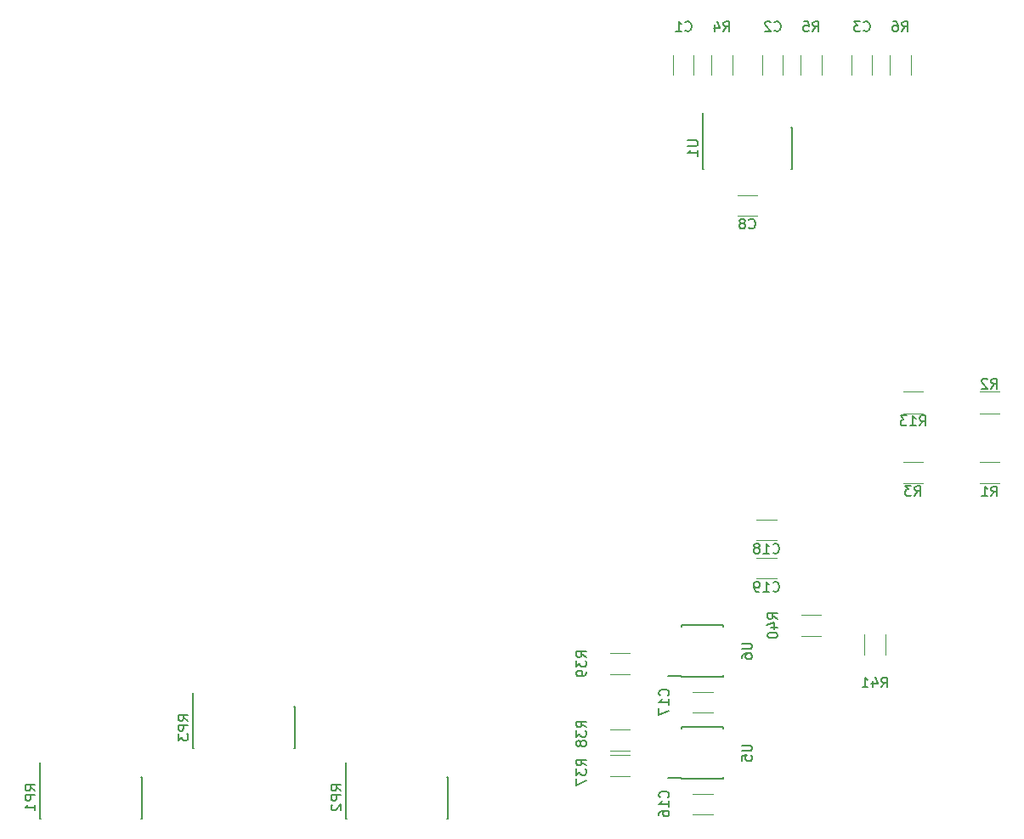
<source format=gbr>
G04 #@! TF.FileFunction,Legend,Bot*
%FSLAX46Y46*%
G04 Gerber Fmt 4.6, Leading zero omitted, Abs format (unit mm)*
G04 Created by KiCad (PCBNEW 4.0.7) date 01/22/18 20:22:30*
%MOMM*%
%LPD*%
G01*
G04 APERTURE LIST*
%ADD10C,0.100000*%
%ADD11C,0.120000*%
%ADD12C,0.150000*%
G04 APERTURE END LIST*
D10*
D11*
X110875000Y-58055000D02*
X110875000Y-60055000D01*
X108835000Y-60055000D02*
X108835000Y-58055000D01*
X119765000Y-58055000D02*
X119765000Y-60055000D01*
X117725000Y-60055000D02*
X117725000Y-58055000D01*
X128655000Y-58055000D02*
X128655000Y-60055000D01*
X126615000Y-60055000D02*
X126615000Y-58055000D01*
X115205000Y-72005000D02*
X117205000Y-72005000D01*
X117205000Y-74045000D02*
X115205000Y-74045000D01*
X110760000Y-131695000D02*
X112760000Y-131695000D01*
X112760000Y-133735000D02*
X110760000Y-133735000D01*
X110760000Y-121535000D02*
X112760000Y-121535000D01*
X112760000Y-123575000D02*
X110760000Y-123575000D01*
X139335000Y-100765000D02*
X141335000Y-100765000D01*
X141335000Y-98625000D02*
X139335000Y-98625000D01*
X139335000Y-93780000D02*
X141335000Y-93780000D01*
X141335000Y-91640000D02*
X139335000Y-91640000D01*
X133715000Y-98625000D02*
X131715000Y-98625000D01*
X131715000Y-100765000D02*
X133715000Y-100765000D01*
X114735000Y-60055000D02*
X114735000Y-58055000D01*
X112595000Y-58055000D02*
X112595000Y-60055000D01*
X123625000Y-60055000D02*
X123625000Y-58055000D01*
X121485000Y-58055000D02*
X121485000Y-60055000D01*
X132515000Y-60055000D02*
X132515000Y-58055000D01*
X130375000Y-58055000D02*
X130375000Y-60055000D01*
X102505000Y-129975000D02*
X104505000Y-129975000D01*
X104505000Y-127835000D02*
X102505000Y-127835000D01*
X102505000Y-127435000D02*
X104505000Y-127435000D01*
X104505000Y-125295000D02*
X102505000Y-125295000D01*
X102505000Y-119815000D02*
X104505000Y-119815000D01*
X104505000Y-117675000D02*
X102505000Y-117675000D01*
D12*
X45725000Y-130005000D02*
X45750000Y-130005000D01*
X45725000Y-134155000D02*
X45830000Y-134155000D01*
X55875000Y-134155000D02*
X55770000Y-134155000D01*
X55875000Y-130005000D02*
X55770000Y-130005000D01*
X45725000Y-130005000D02*
X45725000Y-134155000D01*
X55875000Y-130005000D02*
X55875000Y-134155000D01*
X45750000Y-130005000D02*
X45750000Y-128630000D01*
X76205000Y-130005000D02*
X76230000Y-130005000D01*
X76205000Y-134155000D02*
X76310000Y-134155000D01*
X86355000Y-134155000D02*
X86250000Y-134155000D01*
X86355000Y-130005000D02*
X86250000Y-130005000D01*
X76205000Y-130005000D02*
X76205000Y-134155000D01*
X86355000Y-130005000D02*
X86355000Y-134155000D01*
X76230000Y-130005000D02*
X76230000Y-128630000D01*
X60965000Y-123020000D02*
X60990000Y-123020000D01*
X60965000Y-127170000D02*
X61070000Y-127170000D01*
X71115000Y-127170000D02*
X71010000Y-127170000D01*
X71115000Y-123020000D02*
X71010000Y-123020000D01*
X60965000Y-123020000D02*
X60965000Y-127170000D01*
X71115000Y-123020000D02*
X71115000Y-127170000D01*
X60990000Y-123020000D02*
X60990000Y-121645000D01*
D11*
X133715000Y-91640000D02*
X131715000Y-91640000D01*
X131715000Y-93780000D02*
X133715000Y-93780000D01*
D12*
X111755000Y-65235000D02*
X111780000Y-65235000D01*
X111755000Y-69385000D02*
X111870000Y-69385000D01*
X120655000Y-69385000D02*
X120540000Y-69385000D01*
X120655000Y-65235000D02*
X120540000Y-65235000D01*
X111755000Y-65235000D02*
X111755000Y-69385000D01*
X120655000Y-65235000D02*
X120655000Y-69385000D01*
X111780000Y-65235000D02*
X111780000Y-63860000D01*
X109685000Y-130210000D02*
X109685000Y-130160000D01*
X113835000Y-130210000D02*
X113835000Y-130065000D01*
X113835000Y-125060000D02*
X113835000Y-125205000D01*
X109685000Y-125060000D02*
X109685000Y-125205000D01*
X109685000Y-130210000D02*
X113835000Y-130210000D01*
X109685000Y-125060000D02*
X113835000Y-125060000D01*
X109685000Y-130160000D02*
X108285000Y-130160000D01*
X109685000Y-120050000D02*
X109685000Y-120000000D01*
X113835000Y-120050000D02*
X113835000Y-119905000D01*
X113835000Y-114900000D02*
X113835000Y-115045000D01*
X109685000Y-114900000D02*
X109685000Y-115045000D01*
X109685000Y-120050000D02*
X113835000Y-120050000D01*
X109685000Y-114900000D02*
X113835000Y-114900000D01*
X109685000Y-120000000D02*
X108285000Y-120000000D01*
D11*
X117110000Y-104390000D02*
X119110000Y-104390000D01*
X119110000Y-106430000D02*
X117110000Y-106430000D01*
X117110000Y-108200000D02*
X119110000Y-108200000D01*
X119110000Y-110240000D02*
X117110000Y-110240000D01*
X123555000Y-113865000D02*
X121555000Y-113865000D01*
X121555000Y-116005000D02*
X123555000Y-116005000D01*
X127835000Y-115840000D02*
X127835000Y-117840000D01*
X129975000Y-117840000D02*
X129975000Y-115840000D01*
D12*
X110021666Y-55602143D02*
X110069285Y-55649762D01*
X110212142Y-55697381D01*
X110307380Y-55697381D01*
X110450238Y-55649762D01*
X110545476Y-55554524D01*
X110593095Y-55459286D01*
X110640714Y-55268810D01*
X110640714Y-55125952D01*
X110593095Y-54935476D01*
X110545476Y-54840238D01*
X110450238Y-54745000D01*
X110307380Y-54697381D01*
X110212142Y-54697381D01*
X110069285Y-54745000D01*
X110021666Y-54792619D01*
X109069285Y-55697381D02*
X109640714Y-55697381D01*
X109355000Y-55697381D02*
X109355000Y-54697381D01*
X109450238Y-54840238D01*
X109545476Y-54935476D01*
X109640714Y-54983095D01*
X118911666Y-55602143D02*
X118959285Y-55649762D01*
X119102142Y-55697381D01*
X119197380Y-55697381D01*
X119340238Y-55649762D01*
X119435476Y-55554524D01*
X119483095Y-55459286D01*
X119530714Y-55268810D01*
X119530714Y-55125952D01*
X119483095Y-54935476D01*
X119435476Y-54840238D01*
X119340238Y-54745000D01*
X119197380Y-54697381D01*
X119102142Y-54697381D01*
X118959285Y-54745000D01*
X118911666Y-54792619D01*
X118530714Y-54792619D02*
X118483095Y-54745000D01*
X118387857Y-54697381D01*
X118149761Y-54697381D01*
X118054523Y-54745000D01*
X118006904Y-54792619D01*
X117959285Y-54887857D01*
X117959285Y-54983095D01*
X118006904Y-55125952D01*
X118578333Y-55697381D01*
X117959285Y-55697381D01*
X127801666Y-55602143D02*
X127849285Y-55649762D01*
X127992142Y-55697381D01*
X128087380Y-55697381D01*
X128230238Y-55649762D01*
X128325476Y-55554524D01*
X128373095Y-55459286D01*
X128420714Y-55268810D01*
X128420714Y-55125952D01*
X128373095Y-54935476D01*
X128325476Y-54840238D01*
X128230238Y-54745000D01*
X128087380Y-54697381D01*
X127992142Y-54697381D01*
X127849285Y-54745000D01*
X127801666Y-54792619D01*
X127468333Y-54697381D02*
X126849285Y-54697381D01*
X127182619Y-55078333D01*
X127039761Y-55078333D01*
X126944523Y-55125952D01*
X126896904Y-55173571D01*
X126849285Y-55268810D01*
X126849285Y-55506905D01*
X126896904Y-55602143D01*
X126944523Y-55649762D01*
X127039761Y-55697381D01*
X127325476Y-55697381D01*
X127420714Y-55649762D01*
X127468333Y-55602143D01*
X116371666Y-75287143D02*
X116419285Y-75334762D01*
X116562142Y-75382381D01*
X116657380Y-75382381D01*
X116800238Y-75334762D01*
X116895476Y-75239524D01*
X116943095Y-75144286D01*
X116990714Y-74953810D01*
X116990714Y-74810952D01*
X116943095Y-74620476D01*
X116895476Y-74525238D01*
X116800238Y-74430000D01*
X116657380Y-74382381D01*
X116562142Y-74382381D01*
X116419285Y-74430000D01*
X116371666Y-74477619D01*
X115800238Y-74810952D02*
X115895476Y-74763333D01*
X115943095Y-74715714D01*
X115990714Y-74620476D01*
X115990714Y-74572857D01*
X115943095Y-74477619D01*
X115895476Y-74430000D01*
X115800238Y-74382381D01*
X115609761Y-74382381D01*
X115514523Y-74430000D01*
X115466904Y-74477619D01*
X115419285Y-74572857D01*
X115419285Y-74620476D01*
X115466904Y-74715714D01*
X115514523Y-74763333D01*
X115609761Y-74810952D01*
X115800238Y-74810952D01*
X115895476Y-74858571D01*
X115943095Y-74906190D01*
X115990714Y-75001429D01*
X115990714Y-75191905D01*
X115943095Y-75287143D01*
X115895476Y-75334762D01*
X115800238Y-75382381D01*
X115609761Y-75382381D01*
X115514523Y-75334762D01*
X115466904Y-75287143D01*
X115419285Y-75191905D01*
X115419285Y-75001429D01*
X115466904Y-74906190D01*
X115514523Y-74858571D01*
X115609761Y-74810952D01*
X108307143Y-132072143D02*
X108354762Y-132024524D01*
X108402381Y-131881667D01*
X108402381Y-131786429D01*
X108354762Y-131643571D01*
X108259524Y-131548333D01*
X108164286Y-131500714D01*
X107973810Y-131453095D01*
X107830952Y-131453095D01*
X107640476Y-131500714D01*
X107545238Y-131548333D01*
X107450000Y-131643571D01*
X107402381Y-131786429D01*
X107402381Y-131881667D01*
X107450000Y-132024524D01*
X107497619Y-132072143D01*
X108402381Y-133024524D02*
X108402381Y-132453095D01*
X108402381Y-132738809D02*
X107402381Y-132738809D01*
X107545238Y-132643571D01*
X107640476Y-132548333D01*
X107688095Y-132453095D01*
X107402381Y-133881667D02*
X107402381Y-133691190D01*
X107450000Y-133595952D01*
X107497619Y-133548333D01*
X107640476Y-133453095D01*
X107830952Y-133405476D01*
X108211905Y-133405476D01*
X108307143Y-133453095D01*
X108354762Y-133500714D01*
X108402381Y-133595952D01*
X108402381Y-133786429D01*
X108354762Y-133881667D01*
X108307143Y-133929286D01*
X108211905Y-133976905D01*
X107973810Y-133976905D01*
X107878571Y-133929286D01*
X107830952Y-133881667D01*
X107783333Y-133786429D01*
X107783333Y-133595952D01*
X107830952Y-133500714D01*
X107878571Y-133453095D01*
X107973810Y-133405476D01*
X108307143Y-121912143D02*
X108354762Y-121864524D01*
X108402381Y-121721667D01*
X108402381Y-121626429D01*
X108354762Y-121483571D01*
X108259524Y-121388333D01*
X108164286Y-121340714D01*
X107973810Y-121293095D01*
X107830952Y-121293095D01*
X107640476Y-121340714D01*
X107545238Y-121388333D01*
X107450000Y-121483571D01*
X107402381Y-121626429D01*
X107402381Y-121721667D01*
X107450000Y-121864524D01*
X107497619Y-121912143D01*
X108402381Y-122864524D02*
X108402381Y-122293095D01*
X108402381Y-122578809D02*
X107402381Y-122578809D01*
X107545238Y-122483571D01*
X107640476Y-122388333D01*
X107688095Y-122293095D01*
X107402381Y-123197857D02*
X107402381Y-123864524D01*
X108402381Y-123435952D01*
X140501666Y-102052381D02*
X140835000Y-101576190D01*
X141073095Y-102052381D02*
X141073095Y-101052381D01*
X140692142Y-101052381D01*
X140596904Y-101100000D01*
X140549285Y-101147619D01*
X140501666Y-101242857D01*
X140501666Y-101385714D01*
X140549285Y-101480952D01*
X140596904Y-101528571D01*
X140692142Y-101576190D01*
X141073095Y-101576190D01*
X139549285Y-102052381D02*
X140120714Y-102052381D01*
X139835000Y-102052381D02*
X139835000Y-101052381D01*
X139930238Y-101195238D01*
X140025476Y-101290476D01*
X140120714Y-101338095D01*
X140501666Y-91312381D02*
X140835000Y-90836190D01*
X141073095Y-91312381D02*
X141073095Y-90312381D01*
X140692142Y-90312381D01*
X140596904Y-90360000D01*
X140549285Y-90407619D01*
X140501666Y-90502857D01*
X140501666Y-90645714D01*
X140549285Y-90740952D01*
X140596904Y-90788571D01*
X140692142Y-90836190D01*
X141073095Y-90836190D01*
X140120714Y-90407619D02*
X140073095Y-90360000D01*
X139977857Y-90312381D01*
X139739761Y-90312381D01*
X139644523Y-90360000D01*
X139596904Y-90407619D01*
X139549285Y-90502857D01*
X139549285Y-90598095D01*
X139596904Y-90740952D01*
X140168333Y-91312381D01*
X139549285Y-91312381D01*
X132881666Y-101997381D02*
X133215000Y-101521190D01*
X133453095Y-101997381D02*
X133453095Y-100997381D01*
X133072142Y-100997381D01*
X132976904Y-101045000D01*
X132929285Y-101092619D01*
X132881666Y-101187857D01*
X132881666Y-101330714D01*
X132929285Y-101425952D01*
X132976904Y-101473571D01*
X133072142Y-101521190D01*
X133453095Y-101521190D01*
X132548333Y-100997381D02*
X131929285Y-100997381D01*
X132262619Y-101378333D01*
X132119761Y-101378333D01*
X132024523Y-101425952D01*
X131976904Y-101473571D01*
X131929285Y-101568810D01*
X131929285Y-101806905D01*
X131976904Y-101902143D01*
X132024523Y-101949762D01*
X132119761Y-101997381D01*
X132405476Y-101997381D01*
X132500714Y-101949762D01*
X132548333Y-101902143D01*
X113831666Y-55697381D02*
X114165000Y-55221190D01*
X114403095Y-55697381D02*
X114403095Y-54697381D01*
X114022142Y-54697381D01*
X113926904Y-54745000D01*
X113879285Y-54792619D01*
X113831666Y-54887857D01*
X113831666Y-55030714D01*
X113879285Y-55125952D01*
X113926904Y-55173571D01*
X114022142Y-55221190D01*
X114403095Y-55221190D01*
X112974523Y-55030714D02*
X112974523Y-55697381D01*
X113212619Y-54649762D02*
X113450714Y-55364048D01*
X112831666Y-55364048D01*
X122721666Y-55697381D02*
X123055000Y-55221190D01*
X123293095Y-55697381D02*
X123293095Y-54697381D01*
X122912142Y-54697381D01*
X122816904Y-54745000D01*
X122769285Y-54792619D01*
X122721666Y-54887857D01*
X122721666Y-55030714D01*
X122769285Y-55125952D01*
X122816904Y-55173571D01*
X122912142Y-55221190D01*
X123293095Y-55221190D01*
X121816904Y-54697381D02*
X122293095Y-54697381D01*
X122340714Y-55173571D01*
X122293095Y-55125952D01*
X122197857Y-55078333D01*
X121959761Y-55078333D01*
X121864523Y-55125952D01*
X121816904Y-55173571D01*
X121769285Y-55268810D01*
X121769285Y-55506905D01*
X121816904Y-55602143D01*
X121864523Y-55649762D01*
X121959761Y-55697381D01*
X122197857Y-55697381D01*
X122293095Y-55649762D01*
X122340714Y-55602143D01*
X131611666Y-55697381D02*
X131945000Y-55221190D01*
X132183095Y-55697381D02*
X132183095Y-54697381D01*
X131802142Y-54697381D01*
X131706904Y-54745000D01*
X131659285Y-54792619D01*
X131611666Y-54887857D01*
X131611666Y-55030714D01*
X131659285Y-55125952D01*
X131706904Y-55173571D01*
X131802142Y-55221190D01*
X132183095Y-55221190D01*
X130754523Y-54697381D02*
X130945000Y-54697381D01*
X131040238Y-54745000D01*
X131087857Y-54792619D01*
X131183095Y-54935476D01*
X131230714Y-55125952D01*
X131230714Y-55506905D01*
X131183095Y-55602143D01*
X131135476Y-55649762D01*
X131040238Y-55697381D01*
X130849761Y-55697381D01*
X130754523Y-55649762D01*
X130706904Y-55602143D01*
X130659285Y-55506905D01*
X130659285Y-55268810D01*
X130706904Y-55173571D01*
X130754523Y-55125952D01*
X130849761Y-55078333D01*
X131040238Y-55078333D01*
X131135476Y-55125952D01*
X131183095Y-55173571D01*
X131230714Y-55268810D01*
X100147381Y-128897143D02*
X99671190Y-128563809D01*
X100147381Y-128325714D02*
X99147381Y-128325714D01*
X99147381Y-128706667D01*
X99195000Y-128801905D01*
X99242619Y-128849524D01*
X99337857Y-128897143D01*
X99480714Y-128897143D01*
X99575952Y-128849524D01*
X99623571Y-128801905D01*
X99671190Y-128706667D01*
X99671190Y-128325714D01*
X99147381Y-129230476D02*
X99147381Y-129849524D01*
X99528333Y-129516190D01*
X99528333Y-129659048D01*
X99575952Y-129754286D01*
X99623571Y-129801905D01*
X99718810Y-129849524D01*
X99956905Y-129849524D01*
X100052143Y-129801905D01*
X100099762Y-129754286D01*
X100147381Y-129659048D01*
X100147381Y-129373333D01*
X100099762Y-129278095D01*
X100052143Y-129230476D01*
X99147381Y-130182857D02*
X99147381Y-130849524D01*
X100147381Y-130420952D01*
X100147381Y-125087143D02*
X99671190Y-124753809D01*
X100147381Y-124515714D02*
X99147381Y-124515714D01*
X99147381Y-124896667D01*
X99195000Y-124991905D01*
X99242619Y-125039524D01*
X99337857Y-125087143D01*
X99480714Y-125087143D01*
X99575952Y-125039524D01*
X99623571Y-124991905D01*
X99671190Y-124896667D01*
X99671190Y-124515714D01*
X99147381Y-125420476D02*
X99147381Y-126039524D01*
X99528333Y-125706190D01*
X99528333Y-125849048D01*
X99575952Y-125944286D01*
X99623571Y-125991905D01*
X99718810Y-126039524D01*
X99956905Y-126039524D01*
X100052143Y-125991905D01*
X100099762Y-125944286D01*
X100147381Y-125849048D01*
X100147381Y-125563333D01*
X100099762Y-125468095D01*
X100052143Y-125420476D01*
X99575952Y-126610952D02*
X99528333Y-126515714D01*
X99480714Y-126468095D01*
X99385476Y-126420476D01*
X99337857Y-126420476D01*
X99242619Y-126468095D01*
X99195000Y-126515714D01*
X99147381Y-126610952D01*
X99147381Y-126801429D01*
X99195000Y-126896667D01*
X99242619Y-126944286D01*
X99337857Y-126991905D01*
X99385476Y-126991905D01*
X99480714Y-126944286D01*
X99528333Y-126896667D01*
X99575952Y-126801429D01*
X99575952Y-126610952D01*
X99623571Y-126515714D01*
X99671190Y-126468095D01*
X99766429Y-126420476D01*
X99956905Y-126420476D01*
X100052143Y-126468095D01*
X100099762Y-126515714D01*
X100147381Y-126610952D01*
X100147381Y-126801429D01*
X100099762Y-126896667D01*
X100052143Y-126944286D01*
X99956905Y-126991905D01*
X99766429Y-126991905D01*
X99671190Y-126944286D01*
X99623571Y-126896667D01*
X99575952Y-126801429D01*
X100147381Y-118102143D02*
X99671190Y-117768809D01*
X100147381Y-117530714D02*
X99147381Y-117530714D01*
X99147381Y-117911667D01*
X99195000Y-118006905D01*
X99242619Y-118054524D01*
X99337857Y-118102143D01*
X99480714Y-118102143D01*
X99575952Y-118054524D01*
X99623571Y-118006905D01*
X99671190Y-117911667D01*
X99671190Y-117530714D01*
X99147381Y-118435476D02*
X99147381Y-119054524D01*
X99528333Y-118721190D01*
X99528333Y-118864048D01*
X99575952Y-118959286D01*
X99623571Y-119006905D01*
X99718810Y-119054524D01*
X99956905Y-119054524D01*
X100052143Y-119006905D01*
X100099762Y-118959286D01*
X100147381Y-118864048D01*
X100147381Y-118578333D01*
X100099762Y-118483095D01*
X100052143Y-118435476D01*
X100147381Y-119530714D02*
X100147381Y-119721190D01*
X100099762Y-119816429D01*
X100052143Y-119864048D01*
X99909286Y-119959286D01*
X99718810Y-120006905D01*
X99337857Y-120006905D01*
X99242619Y-119959286D01*
X99195000Y-119911667D01*
X99147381Y-119816429D01*
X99147381Y-119625952D01*
X99195000Y-119530714D01*
X99242619Y-119483095D01*
X99337857Y-119435476D01*
X99575952Y-119435476D01*
X99671190Y-119483095D01*
X99718810Y-119530714D01*
X99766429Y-119625952D01*
X99766429Y-119816429D01*
X99718810Y-119911667D01*
X99671190Y-119959286D01*
X99575952Y-120006905D01*
X45252381Y-131413334D02*
X44776190Y-131080000D01*
X45252381Y-130841905D02*
X44252381Y-130841905D01*
X44252381Y-131222858D01*
X44300000Y-131318096D01*
X44347619Y-131365715D01*
X44442857Y-131413334D01*
X44585714Y-131413334D01*
X44680952Y-131365715D01*
X44728571Y-131318096D01*
X44776190Y-131222858D01*
X44776190Y-130841905D01*
X45252381Y-131841905D02*
X44252381Y-131841905D01*
X44252381Y-132222858D01*
X44300000Y-132318096D01*
X44347619Y-132365715D01*
X44442857Y-132413334D01*
X44585714Y-132413334D01*
X44680952Y-132365715D01*
X44728571Y-132318096D01*
X44776190Y-132222858D01*
X44776190Y-131841905D01*
X45252381Y-133365715D02*
X45252381Y-132794286D01*
X45252381Y-133080000D02*
X44252381Y-133080000D01*
X44395238Y-132984762D01*
X44490476Y-132889524D01*
X44538095Y-132794286D01*
X75732381Y-131413334D02*
X75256190Y-131080000D01*
X75732381Y-130841905D02*
X74732381Y-130841905D01*
X74732381Y-131222858D01*
X74780000Y-131318096D01*
X74827619Y-131365715D01*
X74922857Y-131413334D01*
X75065714Y-131413334D01*
X75160952Y-131365715D01*
X75208571Y-131318096D01*
X75256190Y-131222858D01*
X75256190Y-130841905D01*
X75732381Y-131841905D02*
X74732381Y-131841905D01*
X74732381Y-132222858D01*
X74780000Y-132318096D01*
X74827619Y-132365715D01*
X74922857Y-132413334D01*
X75065714Y-132413334D01*
X75160952Y-132365715D01*
X75208571Y-132318096D01*
X75256190Y-132222858D01*
X75256190Y-131841905D01*
X74827619Y-132794286D02*
X74780000Y-132841905D01*
X74732381Y-132937143D01*
X74732381Y-133175239D01*
X74780000Y-133270477D01*
X74827619Y-133318096D01*
X74922857Y-133365715D01*
X75018095Y-133365715D01*
X75160952Y-133318096D01*
X75732381Y-132746667D01*
X75732381Y-133365715D01*
X60492381Y-124428334D02*
X60016190Y-124095000D01*
X60492381Y-123856905D02*
X59492381Y-123856905D01*
X59492381Y-124237858D01*
X59540000Y-124333096D01*
X59587619Y-124380715D01*
X59682857Y-124428334D01*
X59825714Y-124428334D01*
X59920952Y-124380715D01*
X59968571Y-124333096D01*
X60016190Y-124237858D01*
X60016190Y-123856905D01*
X60492381Y-124856905D02*
X59492381Y-124856905D01*
X59492381Y-125237858D01*
X59540000Y-125333096D01*
X59587619Y-125380715D01*
X59682857Y-125428334D01*
X59825714Y-125428334D01*
X59920952Y-125380715D01*
X59968571Y-125333096D01*
X60016190Y-125237858D01*
X60016190Y-124856905D01*
X59492381Y-125761667D02*
X59492381Y-126380715D01*
X59873333Y-126047381D01*
X59873333Y-126190239D01*
X59920952Y-126285477D01*
X59968571Y-126333096D01*
X60063810Y-126380715D01*
X60301905Y-126380715D01*
X60397143Y-126333096D01*
X60444762Y-126285477D01*
X60492381Y-126190239D01*
X60492381Y-125904524D01*
X60444762Y-125809286D01*
X60397143Y-125761667D01*
X133357857Y-95012381D02*
X133691191Y-94536190D01*
X133929286Y-95012381D02*
X133929286Y-94012381D01*
X133548333Y-94012381D01*
X133453095Y-94060000D01*
X133405476Y-94107619D01*
X133357857Y-94202857D01*
X133357857Y-94345714D01*
X133405476Y-94440952D01*
X133453095Y-94488571D01*
X133548333Y-94536190D01*
X133929286Y-94536190D01*
X132405476Y-95012381D02*
X132976905Y-95012381D01*
X132691191Y-95012381D02*
X132691191Y-94012381D01*
X132786429Y-94155238D01*
X132881667Y-94250476D01*
X132976905Y-94298095D01*
X132072143Y-94012381D02*
X131453095Y-94012381D01*
X131786429Y-94393333D01*
X131643571Y-94393333D01*
X131548333Y-94440952D01*
X131500714Y-94488571D01*
X131453095Y-94583810D01*
X131453095Y-94821905D01*
X131500714Y-94917143D01*
X131548333Y-94964762D01*
X131643571Y-95012381D01*
X131929286Y-95012381D01*
X132024524Y-94964762D01*
X132072143Y-94917143D01*
X110282381Y-66548095D02*
X111091905Y-66548095D01*
X111187143Y-66595714D01*
X111234762Y-66643333D01*
X111282381Y-66738571D01*
X111282381Y-66929048D01*
X111234762Y-67024286D01*
X111187143Y-67071905D01*
X111091905Y-67119524D01*
X110282381Y-67119524D01*
X111282381Y-68119524D02*
X111282381Y-67548095D01*
X111282381Y-67833809D02*
X110282381Y-67833809D01*
X110425238Y-67738571D01*
X110520476Y-67643333D01*
X110568095Y-67548095D01*
X115657381Y-126873095D02*
X116466905Y-126873095D01*
X116562143Y-126920714D01*
X116609762Y-126968333D01*
X116657381Y-127063571D01*
X116657381Y-127254048D01*
X116609762Y-127349286D01*
X116562143Y-127396905D01*
X116466905Y-127444524D01*
X115657381Y-127444524D01*
X115657381Y-128396905D02*
X115657381Y-127920714D01*
X116133571Y-127873095D01*
X116085952Y-127920714D01*
X116038333Y-128015952D01*
X116038333Y-128254048D01*
X116085952Y-128349286D01*
X116133571Y-128396905D01*
X116228810Y-128444524D01*
X116466905Y-128444524D01*
X116562143Y-128396905D01*
X116609762Y-128349286D01*
X116657381Y-128254048D01*
X116657381Y-128015952D01*
X116609762Y-127920714D01*
X116562143Y-127873095D01*
X115657381Y-116713095D02*
X116466905Y-116713095D01*
X116562143Y-116760714D01*
X116609762Y-116808333D01*
X116657381Y-116903571D01*
X116657381Y-117094048D01*
X116609762Y-117189286D01*
X116562143Y-117236905D01*
X116466905Y-117284524D01*
X115657381Y-117284524D01*
X115657381Y-118189286D02*
X115657381Y-117998809D01*
X115705000Y-117903571D01*
X115752619Y-117855952D01*
X115895476Y-117760714D01*
X116085952Y-117713095D01*
X116466905Y-117713095D01*
X116562143Y-117760714D01*
X116609762Y-117808333D01*
X116657381Y-117903571D01*
X116657381Y-118094048D01*
X116609762Y-118189286D01*
X116562143Y-118236905D01*
X116466905Y-118284524D01*
X116228810Y-118284524D01*
X116133571Y-118236905D01*
X116085952Y-118189286D01*
X116038333Y-118094048D01*
X116038333Y-117903571D01*
X116085952Y-117808333D01*
X116133571Y-117760714D01*
X116228810Y-117713095D01*
X118752857Y-107672143D02*
X118800476Y-107719762D01*
X118943333Y-107767381D01*
X119038571Y-107767381D01*
X119181429Y-107719762D01*
X119276667Y-107624524D01*
X119324286Y-107529286D01*
X119371905Y-107338810D01*
X119371905Y-107195952D01*
X119324286Y-107005476D01*
X119276667Y-106910238D01*
X119181429Y-106815000D01*
X119038571Y-106767381D01*
X118943333Y-106767381D01*
X118800476Y-106815000D01*
X118752857Y-106862619D01*
X117800476Y-107767381D02*
X118371905Y-107767381D01*
X118086191Y-107767381D02*
X118086191Y-106767381D01*
X118181429Y-106910238D01*
X118276667Y-107005476D01*
X118371905Y-107053095D01*
X117229048Y-107195952D02*
X117324286Y-107148333D01*
X117371905Y-107100714D01*
X117419524Y-107005476D01*
X117419524Y-106957857D01*
X117371905Y-106862619D01*
X117324286Y-106815000D01*
X117229048Y-106767381D01*
X117038571Y-106767381D01*
X116943333Y-106815000D01*
X116895714Y-106862619D01*
X116848095Y-106957857D01*
X116848095Y-107005476D01*
X116895714Y-107100714D01*
X116943333Y-107148333D01*
X117038571Y-107195952D01*
X117229048Y-107195952D01*
X117324286Y-107243571D01*
X117371905Y-107291190D01*
X117419524Y-107386429D01*
X117419524Y-107576905D01*
X117371905Y-107672143D01*
X117324286Y-107719762D01*
X117229048Y-107767381D01*
X117038571Y-107767381D01*
X116943333Y-107719762D01*
X116895714Y-107672143D01*
X116848095Y-107576905D01*
X116848095Y-107386429D01*
X116895714Y-107291190D01*
X116943333Y-107243571D01*
X117038571Y-107195952D01*
X118752857Y-111482143D02*
X118800476Y-111529762D01*
X118943333Y-111577381D01*
X119038571Y-111577381D01*
X119181429Y-111529762D01*
X119276667Y-111434524D01*
X119324286Y-111339286D01*
X119371905Y-111148810D01*
X119371905Y-111005952D01*
X119324286Y-110815476D01*
X119276667Y-110720238D01*
X119181429Y-110625000D01*
X119038571Y-110577381D01*
X118943333Y-110577381D01*
X118800476Y-110625000D01*
X118752857Y-110672619D01*
X117800476Y-111577381D02*
X118371905Y-111577381D01*
X118086191Y-111577381D02*
X118086191Y-110577381D01*
X118181429Y-110720238D01*
X118276667Y-110815476D01*
X118371905Y-110863095D01*
X117324286Y-111577381D02*
X117133810Y-111577381D01*
X117038571Y-111529762D01*
X116990952Y-111482143D01*
X116895714Y-111339286D01*
X116848095Y-111148810D01*
X116848095Y-110767857D01*
X116895714Y-110672619D01*
X116943333Y-110625000D01*
X117038571Y-110577381D01*
X117229048Y-110577381D01*
X117324286Y-110625000D01*
X117371905Y-110672619D01*
X117419524Y-110767857D01*
X117419524Y-111005952D01*
X117371905Y-111101190D01*
X117324286Y-111148810D01*
X117229048Y-111196429D01*
X117038571Y-111196429D01*
X116943333Y-111148810D01*
X116895714Y-111101190D01*
X116848095Y-111005952D01*
X119197381Y-114292143D02*
X118721190Y-113958809D01*
X119197381Y-113720714D02*
X118197381Y-113720714D01*
X118197381Y-114101667D01*
X118245000Y-114196905D01*
X118292619Y-114244524D01*
X118387857Y-114292143D01*
X118530714Y-114292143D01*
X118625952Y-114244524D01*
X118673571Y-114196905D01*
X118721190Y-114101667D01*
X118721190Y-113720714D01*
X118530714Y-115149286D02*
X119197381Y-115149286D01*
X118149762Y-114911190D02*
X118864048Y-114673095D01*
X118864048Y-115292143D01*
X118197381Y-115863571D02*
X118197381Y-115958810D01*
X118245000Y-116054048D01*
X118292619Y-116101667D01*
X118387857Y-116149286D01*
X118578333Y-116196905D01*
X118816429Y-116196905D01*
X119006905Y-116149286D01*
X119102143Y-116101667D01*
X119149762Y-116054048D01*
X119197381Y-115958810D01*
X119197381Y-115863571D01*
X119149762Y-115768333D01*
X119102143Y-115720714D01*
X119006905Y-115673095D01*
X118816429Y-115625476D01*
X118578333Y-115625476D01*
X118387857Y-115673095D01*
X118292619Y-115720714D01*
X118245000Y-115768333D01*
X118197381Y-115863571D01*
X129547857Y-121102381D02*
X129881191Y-120626190D01*
X130119286Y-121102381D02*
X130119286Y-120102381D01*
X129738333Y-120102381D01*
X129643095Y-120150000D01*
X129595476Y-120197619D01*
X129547857Y-120292857D01*
X129547857Y-120435714D01*
X129595476Y-120530952D01*
X129643095Y-120578571D01*
X129738333Y-120626190D01*
X130119286Y-120626190D01*
X128690714Y-120435714D02*
X128690714Y-121102381D01*
X128928810Y-120054762D02*
X129166905Y-120769048D01*
X128547857Y-120769048D01*
X127643095Y-121102381D02*
X128214524Y-121102381D01*
X127928810Y-121102381D02*
X127928810Y-120102381D01*
X128024048Y-120245238D01*
X128119286Y-120340476D01*
X128214524Y-120388095D01*
M02*

</source>
